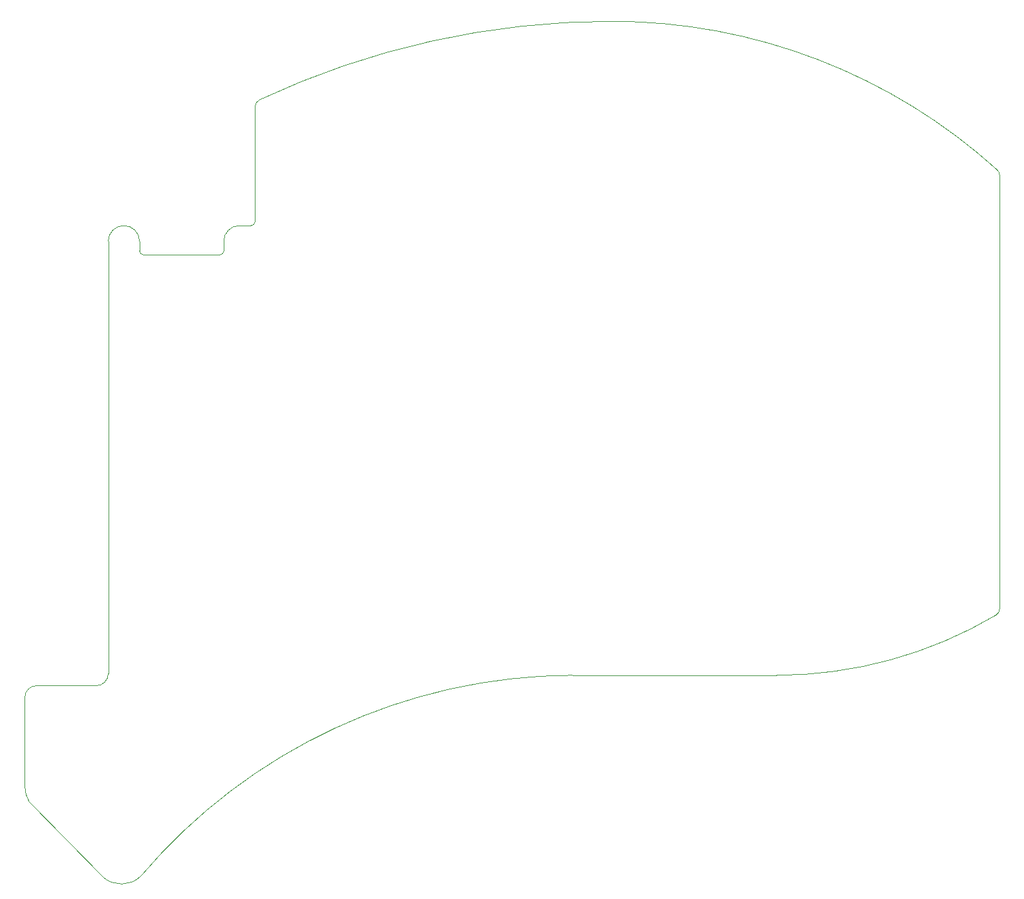
<source format=gm1>
%TF.GenerationSoftware,KiCad,Pcbnew,7.0.5*%
%TF.CreationDate,2023-10-28T19:32:45+05:30*%
%TF.ProjectId,tako_right,74616b6f-5f72-4696-9768-742e6b696361,rev?*%
%TF.SameCoordinates,Original*%
%TF.FileFunction,Profile,NP*%
%FSLAX46Y46*%
G04 Gerber Fmt 4.6, Leading zero omitted, Abs format (unit mm)*
G04 Created by KiCad (PCBNEW 7.0.5) date 2023-10-28 19:32:45*
%MOMM*%
%LPD*%
G01*
G04 APERTURE LIST*
%TA.AperFunction,Profile*%
%ADD10C,0.100000*%
%TD*%
%TA.AperFunction,Profile*%
%ADD11C,0.050000*%
%TD*%
G04 APERTURE END LIST*
D10*
X34902248Y-111364422D02*
G75*
G03*
X36401834Y-109839598I-25448J1524822D01*
G01*
D11*
X150430940Y-81166057D02*
X150430939Y-86246058D01*
X36400943Y-94264806D02*
X36400629Y-54480040D01*
D10*
X36401834Y-109839598D02*
X36400943Y-94264806D01*
D11*
X150430917Y-46085746D02*
G75*
G03*
X150107140Y-45349092I-999117J346D01*
G01*
D10*
X35746711Y-135879352D02*
X26297571Y-126235009D01*
D11*
X35746713Y-135879350D02*
G75*
G03*
X40579026Y-135740784I2340757J2698750D01*
G01*
X53181941Y-52480354D02*
G75*
G03*
X51181954Y-54480492I-41J-1999946D01*
G01*
X54681882Y-52480484D02*
G75*
G03*
X55181884Y-51980529I-182J500184D01*
G01*
D10*
X25726834Y-124214598D02*
X25726834Y-112889598D01*
D11*
X40400885Y-55729819D02*
G75*
G03*
X40900935Y-56229815I500215J219D01*
G01*
X40400754Y-54479892D02*
X40400928Y-55729819D01*
X150107143Y-45349089D02*
G75*
G03*
X100806597Y-26334574I-49300483J-54405431D01*
G01*
X150430947Y-101485646D02*
X150430939Y-86246058D01*
X121856035Y-110035978D02*
G75*
G03*
X149957548Y-102335002I-135J55123378D01*
G01*
X149957548Y-102335003D02*
G75*
G03*
X150430947Y-101485646I-525148J849303D01*
G01*
X121856035Y-110035989D02*
X95794156Y-110035649D01*
X95794156Y-110035647D02*
G75*
G03*
X40579028Y-135740785I232684J-72653953D01*
G01*
X100806597Y-26334573D02*
G75*
G03*
X55757144Y-36379092I503J-106047427D01*
G01*
X40900935Y-56229815D02*
X50681774Y-56230421D01*
D10*
X25726831Y-124214598D02*
G75*
G03*
X26297572Y-126235009I3949969J24998D01*
G01*
D11*
X55181887Y-37284664D02*
X55181884Y-51980529D01*
X51181785Y-55730423D02*
X51181954Y-54480492D01*
X150430942Y-60166057D02*
X150430939Y-46085746D01*
D10*
X27251834Y-111364634D02*
G75*
G03*
X25726834Y-112889598I-34J-1524966D01*
G01*
D11*
X40400698Y-54479892D02*
G75*
G03*
X38400617Y-52479902I-1999898J92D01*
G01*
X55757142Y-36379088D02*
G75*
G03*
X55181887Y-37284664I425058J-905512D01*
G01*
X150430942Y-65246058D02*
X150430940Y-81166057D01*
X53181941Y-52480355D02*
X54681882Y-52480529D01*
X38400617Y-52479929D02*
G75*
G03*
X36400629Y-54480040I283J-2000271D01*
G01*
X150430942Y-60166057D02*
X150430942Y-65246058D01*
D10*
X34902247Y-111364386D02*
X27251834Y-111364598D01*
D11*
X50681774Y-56230385D02*
G75*
G03*
X51181785Y-55730423I26J499985D01*
G01*
M02*

</source>
